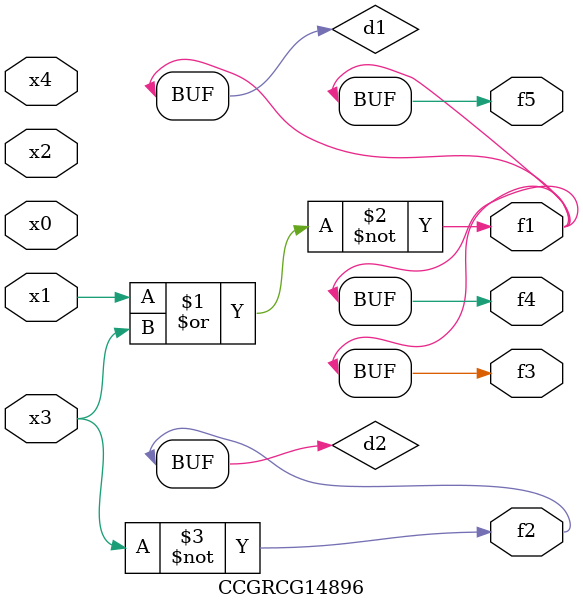
<source format=v>
module CCGRCG14896(
	input x0, x1, x2, x3, x4,
	output f1, f2, f3, f4, f5
);

	wire d1, d2;

	nor (d1, x1, x3);
	not (d2, x3);
	assign f1 = d1;
	assign f2 = d2;
	assign f3 = d1;
	assign f4 = d1;
	assign f5 = d1;
endmodule

</source>
